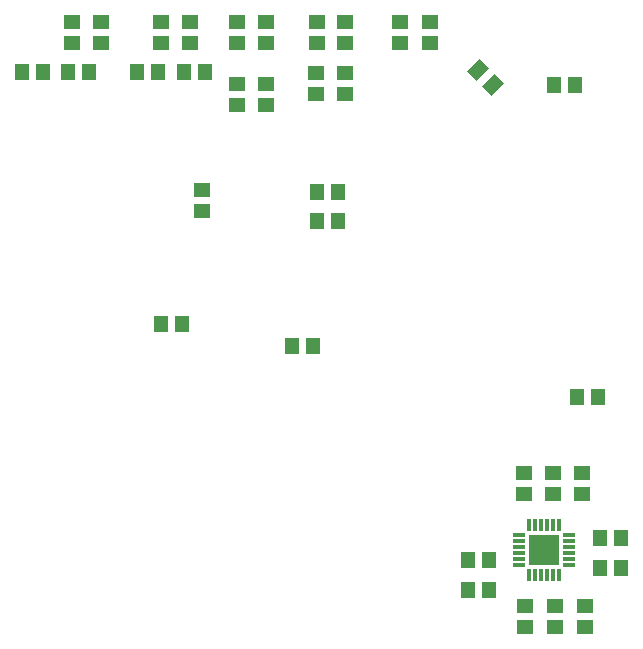
<source format=gbp>
G04*
G04 #@! TF.GenerationSoftware,Altium Limited,Altium Designer,18.1.9 (240)*
G04*
G04 Layer_Color=128*
%FSLAX25Y25*%
%MOIN*%
G70*
G01*
G75*
%ADD21R,0.04567X0.05787*%
%ADD26R,0.05787X0.04567*%
G04:AMPARAMS|DCode=102|XSize=45.67mil|YSize=57.87mil|CornerRadius=0mil|HoleSize=0mil|Usage=FLASHONLY|Rotation=135.000|XOffset=0mil|YOffset=0mil|HoleType=Round|Shape=Rectangle|*
%AMROTATEDRECTD102*
4,1,4,0.03661,0.00432,-0.00432,-0.03661,-0.03661,-0.00432,0.00432,0.03661,0.03661,0.00432,0.0*
%
%ADD102ROTATEDRECTD102*%

%ADD103R,0.09843X0.09843*%
%ADD104R,0.01181X0.03937*%
%ADD105R,0.03937X0.01181*%
D21*
X213425Y190748D02*
D03*
X220433D02*
D03*
X89291Y111024D02*
D03*
X82284D02*
D03*
X134252Y154921D02*
D03*
X141260D02*
D03*
X134252Y145197D02*
D03*
X141260D02*
D03*
X133189Y103504D02*
D03*
X126181D02*
D03*
X97008Y195079D02*
D03*
X90000D02*
D03*
X74488Y195079D02*
D03*
X81496D02*
D03*
X36142Y195079D02*
D03*
X43150D02*
D03*
X58465Y195079D02*
D03*
X51457D02*
D03*
X220945Y86614D02*
D03*
X227953D02*
D03*
X191614Y22441D02*
D03*
X184606D02*
D03*
X228819Y29724D02*
D03*
X235827Y29724D02*
D03*
X184606Y32283D02*
D03*
X191614D02*
D03*
X228819Y39567D02*
D03*
X235827D02*
D03*
D26*
X143898Y194685D02*
D03*
Y187677D02*
D03*
X143898Y204567D02*
D03*
Y211575D02*
D03*
X134252D02*
D03*
Y204567D02*
D03*
X172047Y204567D02*
D03*
Y211575D02*
D03*
X162205D02*
D03*
Y204567D02*
D03*
X96142Y148701D02*
D03*
Y155709D02*
D03*
X107874Y190905D02*
D03*
Y183898D02*
D03*
X117520Y204567D02*
D03*
Y211575D02*
D03*
X107677Y211575D02*
D03*
Y204567D02*
D03*
X117520Y190905D02*
D03*
Y183898D02*
D03*
X92060Y204567D02*
D03*
Y211575D02*
D03*
X82284D02*
D03*
Y204567D02*
D03*
X62402Y204567D02*
D03*
Y211575D02*
D03*
X52756D02*
D03*
Y204567D02*
D03*
X203819Y10118D02*
D03*
Y17126D02*
D03*
X213858Y10079D02*
D03*
Y17086D02*
D03*
X134055Y187677D02*
D03*
Y194685D02*
D03*
X203425Y54330D02*
D03*
Y61338D02*
D03*
X213071D02*
D03*
Y54330D02*
D03*
X222716Y61338D02*
D03*
Y54330D02*
D03*
X223898Y17086D02*
D03*
Y10079D02*
D03*
D102*
X188155Y195703D02*
D03*
X193110Y190748D02*
D03*
D103*
X210118Y35630D02*
D03*
D104*
X215039Y43996D02*
D03*
X213071D02*
D03*
X211102D02*
D03*
X209134D02*
D03*
X207165D02*
D03*
X205197D02*
D03*
X205197Y27264D02*
D03*
X207165D02*
D03*
X209134D02*
D03*
X211102D02*
D03*
X213071D02*
D03*
X215039D02*
D03*
D105*
X201752Y40551D02*
D03*
Y38583D02*
D03*
Y36614D02*
D03*
Y34646D02*
D03*
Y32677D02*
D03*
Y30709D02*
D03*
X218484D02*
D03*
Y32677D02*
D03*
Y34646D02*
D03*
Y36614D02*
D03*
Y38583D02*
D03*
Y40551D02*
D03*
M02*

</source>
